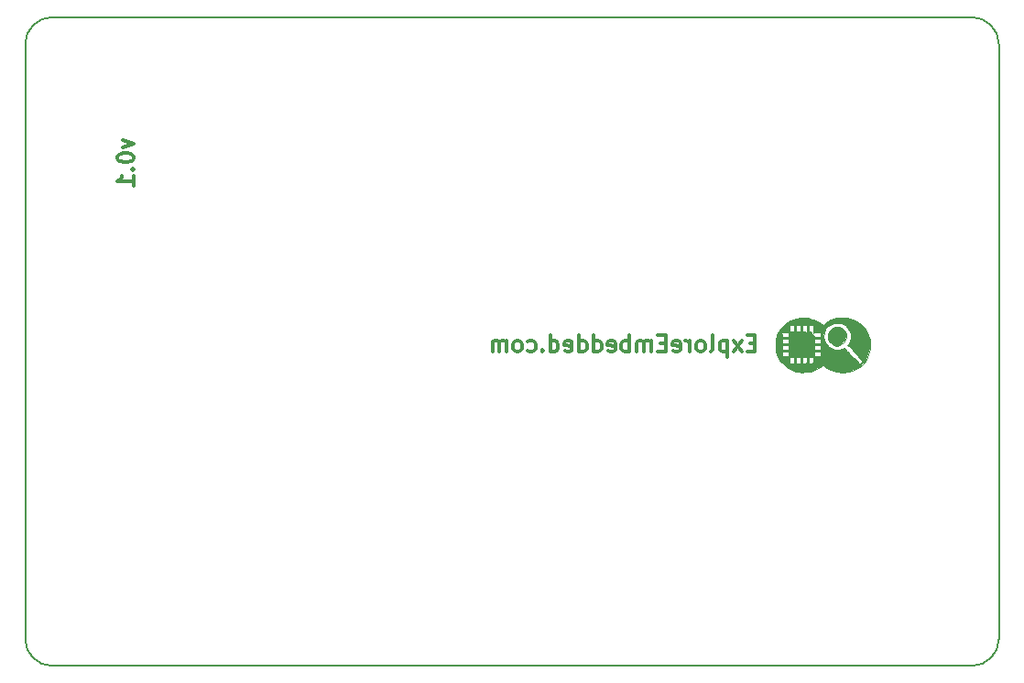
<source format=gbr>
G04 #@! TF.FileFunction,Legend,Bot*
%FSLAX46Y46*%
G04 Gerber Fmt 4.6, Leading zero omitted, Abs format (unit mm)*
G04 Created by KiCad (PCBNEW 4.0.4-stable) date 12/31/16 17:00:23*
%MOMM*%
%LPD*%
G01*
G04 APERTURE LIST*
%ADD10C,0.100000*%
%ADD11C,0.300000*%
%ADD12C,0.150000*%
%ADD13C,0.002540*%
G04 APERTURE END LIST*
D10*
D11*
X54034571Y-61357144D02*
X55034571Y-61714287D01*
X54034571Y-62071429D01*
X53534571Y-62928572D02*
X53534571Y-63071429D01*
X53606000Y-63214286D01*
X53677429Y-63285715D01*
X53820286Y-63357144D01*
X54106000Y-63428572D01*
X54463143Y-63428572D01*
X54748857Y-63357144D01*
X54891714Y-63285715D01*
X54963143Y-63214286D01*
X55034571Y-63071429D01*
X55034571Y-62928572D01*
X54963143Y-62785715D01*
X54891714Y-62714286D01*
X54748857Y-62642858D01*
X54463143Y-62571429D01*
X54106000Y-62571429D01*
X53820286Y-62642858D01*
X53677429Y-62714286D01*
X53606000Y-62785715D01*
X53534571Y-62928572D01*
X54891714Y-64071429D02*
X54963143Y-64142857D01*
X55034571Y-64071429D01*
X54963143Y-64000000D01*
X54891714Y-64071429D01*
X55034571Y-64071429D01*
X55034571Y-65571429D02*
X55034571Y-64714286D01*
X55034571Y-65142858D02*
X53534571Y-65142858D01*
X53748857Y-65000001D01*
X53891714Y-64857143D01*
X53963143Y-64714286D01*
X112472857Y-80156857D02*
X111972857Y-80156857D01*
X111758571Y-80942571D02*
X112472857Y-80942571D01*
X112472857Y-79442571D01*
X111758571Y-79442571D01*
X111258571Y-80942571D02*
X110472857Y-79942571D01*
X111258571Y-79942571D02*
X110472857Y-80942571D01*
X109901428Y-79942571D02*
X109901428Y-81442571D01*
X109901428Y-80014000D02*
X109758571Y-79942571D01*
X109472857Y-79942571D01*
X109330000Y-80014000D01*
X109258571Y-80085429D01*
X109187142Y-80228286D01*
X109187142Y-80656857D01*
X109258571Y-80799714D01*
X109330000Y-80871143D01*
X109472857Y-80942571D01*
X109758571Y-80942571D01*
X109901428Y-80871143D01*
X108329999Y-80942571D02*
X108472857Y-80871143D01*
X108544285Y-80728286D01*
X108544285Y-79442571D01*
X107544285Y-80942571D02*
X107687143Y-80871143D01*
X107758571Y-80799714D01*
X107830000Y-80656857D01*
X107830000Y-80228286D01*
X107758571Y-80085429D01*
X107687143Y-80014000D01*
X107544285Y-79942571D01*
X107330000Y-79942571D01*
X107187143Y-80014000D01*
X107115714Y-80085429D01*
X107044285Y-80228286D01*
X107044285Y-80656857D01*
X107115714Y-80799714D01*
X107187143Y-80871143D01*
X107330000Y-80942571D01*
X107544285Y-80942571D01*
X106401428Y-80942571D02*
X106401428Y-79942571D01*
X106401428Y-80228286D02*
X106330000Y-80085429D01*
X106258571Y-80014000D01*
X106115714Y-79942571D01*
X105972857Y-79942571D01*
X104901429Y-80871143D02*
X105044286Y-80942571D01*
X105330000Y-80942571D01*
X105472857Y-80871143D01*
X105544286Y-80728286D01*
X105544286Y-80156857D01*
X105472857Y-80014000D01*
X105330000Y-79942571D01*
X105044286Y-79942571D01*
X104901429Y-80014000D01*
X104830000Y-80156857D01*
X104830000Y-80299714D01*
X105544286Y-80442571D01*
X104187143Y-80156857D02*
X103687143Y-80156857D01*
X103472857Y-80942571D02*
X104187143Y-80942571D01*
X104187143Y-79442571D01*
X103472857Y-79442571D01*
X102830000Y-80942571D02*
X102830000Y-79942571D01*
X102830000Y-80085429D02*
X102758572Y-80014000D01*
X102615714Y-79942571D01*
X102401429Y-79942571D01*
X102258572Y-80014000D01*
X102187143Y-80156857D01*
X102187143Y-80942571D01*
X102187143Y-80156857D02*
X102115714Y-80014000D01*
X101972857Y-79942571D01*
X101758572Y-79942571D01*
X101615714Y-80014000D01*
X101544286Y-80156857D01*
X101544286Y-80942571D01*
X100830000Y-80942571D02*
X100830000Y-79442571D01*
X100830000Y-80014000D02*
X100687143Y-79942571D01*
X100401429Y-79942571D01*
X100258572Y-80014000D01*
X100187143Y-80085429D01*
X100115714Y-80228286D01*
X100115714Y-80656857D01*
X100187143Y-80799714D01*
X100258572Y-80871143D01*
X100401429Y-80942571D01*
X100687143Y-80942571D01*
X100830000Y-80871143D01*
X98901429Y-80871143D02*
X99044286Y-80942571D01*
X99330000Y-80942571D01*
X99472857Y-80871143D01*
X99544286Y-80728286D01*
X99544286Y-80156857D01*
X99472857Y-80014000D01*
X99330000Y-79942571D01*
X99044286Y-79942571D01*
X98901429Y-80014000D01*
X98830000Y-80156857D01*
X98830000Y-80299714D01*
X99544286Y-80442571D01*
X97544286Y-80942571D02*
X97544286Y-79442571D01*
X97544286Y-80871143D02*
X97687143Y-80942571D01*
X97972857Y-80942571D01*
X98115715Y-80871143D01*
X98187143Y-80799714D01*
X98258572Y-80656857D01*
X98258572Y-80228286D01*
X98187143Y-80085429D01*
X98115715Y-80014000D01*
X97972857Y-79942571D01*
X97687143Y-79942571D01*
X97544286Y-80014000D01*
X96187143Y-80942571D02*
X96187143Y-79442571D01*
X96187143Y-80871143D02*
X96330000Y-80942571D01*
X96615714Y-80942571D01*
X96758572Y-80871143D01*
X96830000Y-80799714D01*
X96901429Y-80656857D01*
X96901429Y-80228286D01*
X96830000Y-80085429D01*
X96758572Y-80014000D01*
X96615714Y-79942571D01*
X96330000Y-79942571D01*
X96187143Y-80014000D01*
X94901429Y-80871143D02*
X95044286Y-80942571D01*
X95330000Y-80942571D01*
X95472857Y-80871143D01*
X95544286Y-80728286D01*
X95544286Y-80156857D01*
X95472857Y-80014000D01*
X95330000Y-79942571D01*
X95044286Y-79942571D01*
X94901429Y-80014000D01*
X94830000Y-80156857D01*
X94830000Y-80299714D01*
X95544286Y-80442571D01*
X93544286Y-80942571D02*
X93544286Y-79442571D01*
X93544286Y-80871143D02*
X93687143Y-80942571D01*
X93972857Y-80942571D01*
X94115715Y-80871143D01*
X94187143Y-80799714D01*
X94258572Y-80656857D01*
X94258572Y-80228286D01*
X94187143Y-80085429D01*
X94115715Y-80014000D01*
X93972857Y-79942571D01*
X93687143Y-79942571D01*
X93544286Y-80014000D01*
X92830000Y-80799714D02*
X92758572Y-80871143D01*
X92830000Y-80942571D01*
X92901429Y-80871143D01*
X92830000Y-80799714D01*
X92830000Y-80942571D01*
X91472857Y-80871143D02*
X91615714Y-80942571D01*
X91901428Y-80942571D01*
X92044286Y-80871143D01*
X92115714Y-80799714D01*
X92187143Y-80656857D01*
X92187143Y-80228286D01*
X92115714Y-80085429D01*
X92044286Y-80014000D01*
X91901428Y-79942571D01*
X91615714Y-79942571D01*
X91472857Y-80014000D01*
X90615714Y-80942571D02*
X90758572Y-80871143D01*
X90830000Y-80799714D01*
X90901429Y-80656857D01*
X90901429Y-80228286D01*
X90830000Y-80085429D01*
X90758572Y-80014000D01*
X90615714Y-79942571D01*
X90401429Y-79942571D01*
X90258572Y-80014000D01*
X90187143Y-80085429D01*
X90115714Y-80228286D01*
X90115714Y-80656857D01*
X90187143Y-80799714D01*
X90258572Y-80871143D01*
X90401429Y-80942571D01*
X90615714Y-80942571D01*
X89472857Y-80942571D02*
X89472857Y-79942571D01*
X89472857Y-80085429D02*
X89401429Y-80014000D01*
X89258571Y-79942571D01*
X89044286Y-79942571D01*
X88901429Y-80014000D01*
X88830000Y-80156857D01*
X88830000Y-80942571D01*
X88830000Y-80156857D02*
X88758571Y-80014000D01*
X88615714Y-79942571D01*
X88401429Y-79942571D01*
X88258571Y-80014000D01*
X88187143Y-80156857D01*
X88187143Y-80942571D01*
D12*
X45000000Y-52500000D02*
X45000000Y-107500000D01*
X132500000Y-50000000D02*
X47500000Y-50000000D01*
X135000000Y-107500000D02*
X135000000Y-52500000D01*
X47500000Y-110000000D02*
X132500000Y-110000000D01*
X45000000Y-107500000D02*
G75*
G03X47500000Y-110000000I2500000J0D01*
G01*
X132500000Y-110000000D02*
G75*
G03X135000000Y-107500000I0J2500000D01*
G01*
X135000000Y-52500000D02*
G75*
G03X132500000Y-50000000I-2500000J0D01*
G01*
X47500000Y-50000000D02*
G75*
G03X45000000Y-52500000I0J-2500000D01*
G01*
D13*
G36*
X114386360Y-80327500D02*
X114393980Y-80655160D01*
X114409220Y-80888840D01*
X114444780Y-81069180D01*
X114500660Y-81234280D01*
X114543840Y-81328260D01*
X114843560Y-81828640D01*
X114927380Y-81917540D01*
X114927380Y-79166720D01*
X115255040Y-79166720D01*
X115448080Y-79169260D01*
X115542060Y-79194660D01*
X115577620Y-79260700D01*
X115582700Y-79349600D01*
X115564920Y-79512160D01*
X115496340Y-79590900D01*
X115346480Y-79608680D01*
X115229640Y-79603600D01*
X115062000Y-79583280D01*
X114980720Y-79529940D01*
X114952780Y-79413100D01*
X114947700Y-79375000D01*
X114927380Y-79166720D01*
X114927380Y-81917540D01*
X114935000Y-81927700D01*
X114935000Y-81358740D01*
X114935000Y-81135220D01*
X114935000Y-80909160D01*
X114935000Y-80779620D01*
X114935000Y-80553560D01*
X114935000Y-80327500D01*
X114935000Y-80197960D01*
X114935000Y-79974440D01*
X114935000Y-79748380D01*
X115257580Y-79748380D01*
X115582700Y-79748380D01*
X115582700Y-79974440D01*
X115582700Y-80197960D01*
X115257580Y-80197960D01*
X114935000Y-80197960D01*
X114935000Y-80327500D01*
X115257580Y-80327500D01*
X115582700Y-80327500D01*
X115582700Y-80553560D01*
X115582700Y-80779620D01*
X115257580Y-80779620D01*
X114935000Y-80779620D01*
X114935000Y-80909160D01*
X115257580Y-80909160D01*
X115582700Y-80909160D01*
X115582700Y-81135220D01*
X115582700Y-81358740D01*
X115257580Y-81358740D01*
X114935000Y-81358740D01*
X114935000Y-81927700D01*
X115216940Y-82227420D01*
X115646200Y-82514440D01*
X115646200Y-81716880D01*
X115646200Y-79103220D01*
X115646200Y-78775560D01*
X115646200Y-78447900D01*
X115854480Y-78468220D01*
X115981480Y-78488540D01*
X116047520Y-78544420D01*
X116075460Y-78668880D01*
X116085620Y-78795880D01*
X116103400Y-79103220D01*
X115874800Y-79103220D01*
X115646200Y-79103220D01*
X115646200Y-81716880D01*
X115651280Y-81536540D01*
X115684300Y-81452720D01*
X115770660Y-81424780D01*
X115872260Y-81424780D01*
X116011960Y-81429860D01*
X116075460Y-81470500D01*
X116095780Y-81584800D01*
X116095780Y-81716880D01*
X116093240Y-81894680D01*
X116060220Y-81975960D01*
X115973860Y-82003900D01*
X115872260Y-82006440D01*
X115732560Y-81998820D01*
X115666520Y-81958180D01*
X115648740Y-81843880D01*
X115646200Y-81716880D01*
X115646200Y-82514440D01*
X115676680Y-82537300D01*
X116078000Y-82715100D01*
X116225320Y-82758280D01*
X116225320Y-81716880D01*
X116225320Y-79103220D01*
X116225320Y-78780640D01*
X116225320Y-78455520D01*
X116451380Y-78455520D01*
X116677440Y-78455520D01*
X116677440Y-78780640D01*
X116677440Y-79103220D01*
X116451380Y-79103220D01*
X116225320Y-79103220D01*
X116225320Y-81716880D01*
X116232940Y-81536540D01*
X116265960Y-81452720D01*
X116352320Y-81424780D01*
X116451380Y-81424780D01*
X116591080Y-81429860D01*
X116657120Y-81470500D01*
X116677440Y-81584800D01*
X116677440Y-81716880D01*
X116672360Y-81894680D01*
X116639340Y-81975960D01*
X116552980Y-82003900D01*
X116451380Y-82006440D01*
X116314220Y-81998820D01*
X116248180Y-81958180D01*
X116227860Y-81843880D01*
X116225320Y-81716880D01*
X116225320Y-82758280D01*
X116314220Y-82788760D01*
X116525040Y-82829400D01*
X116771420Y-82839560D01*
X116822220Y-82837020D01*
X116822220Y-81716880D01*
X116827300Y-81536540D01*
X116840000Y-81495900D01*
X116840000Y-78889860D01*
X116840000Y-78780640D01*
X116845080Y-78600300D01*
X116880640Y-78511400D01*
X116969540Y-78478380D01*
X117048280Y-78468220D01*
X117256560Y-78447900D01*
X117256560Y-78780640D01*
X117256560Y-79110840D01*
X117048280Y-79087980D01*
X116918740Y-79070200D01*
X116860320Y-79016860D01*
X116840000Y-78889860D01*
X116840000Y-81495900D01*
X116855240Y-81452720D01*
X116941600Y-81424780D01*
X117038120Y-81424780D01*
X117175280Y-81429860D01*
X117238780Y-81473040D01*
X117256560Y-81587340D01*
X117256560Y-81716880D01*
X117254020Y-81894680D01*
X117221000Y-81975960D01*
X117134640Y-82003900D01*
X117043200Y-82006440D01*
X116911120Y-81998820D01*
X116847620Y-81953100D01*
X116827300Y-81838800D01*
X116822220Y-81716880D01*
X116822220Y-82837020D01*
X117053360Y-82831940D01*
X117373400Y-82809080D01*
X117434360Y-82796380D01*
X117434360Y-81846420D01*
X117436900Y-81813400D01*
X117436900Y-78536800D01*
X117480080Y-78498700D01*
X117609620Y-78470760D01*
X117624860Y-78470760D01*
X117833140Y-78447900D01*
X117850920Y-78821280D01*
X117871240Y-79194660D01*
X117904260Y-79192120D01*
X117904260Y-78877160D01*
X117904260Y-78618080D01*
X117934740Y-78585060D01*
X117967760Y-78618080D01*
X117934740Y-78648560D01*
X117904260Y-78618080D01*
X117904260Y-78877160D01*
X117934740Y-78844140D01*
X117967760Y-78877160D01*
X117934740Y-78910180D01*
X117904260Y-78877160D01*
X117904260Y-79192120D01*
X118209060Y-79174340D01*
X118407180Y-79166720D01*
X118508780Y-79184500D01*
X118544340Y-79242920D01*
X118549420Y-79349600D01*
X118539260Y-79474060D01*
X118483380Y-79535020D01*
X118346220Y-79560420D01*
X118275100Y-79565500D01*
X118064280Y-79575660D01*
X117952520Y-79560420D01*
X117909340Y-79507080D01*
X117904260Y-79453740D01*
X117876320Y-79372460D01*
X117856000Y-79367380D01*
X117706140Y-79362300D01*
X117655340Y-79281020D01*
X117665500Y-79230220D01*
X117662960Y-79128620D01*
X117574060Y-79103220D01*
X117492780Y-79077820D01*
X117459760Y-78983840D01*
X117452140Y-78844140D01*
X117449600Y-78666340D01*
X117439440Y-78552040D01*
X117436900Y-78536800D01*
X117436900Y-81813400D01*
X117441980Y-81716880D01*
X117462300Y-81536540D01*
X117505480Y-81450180D01*
X117591840Y-81424780D01*
X117652800Y-81424780D01*
X117767100Y-81432400D01*
X117820440Y-81483200D01*
X117838220Y-81610200D01*
X117838220Y-81716880D01*
X117835680Y-81894680D01*
X117802660Y-81975960D01*
X117716300Y-82003900D01*
X117629940Y-82006440D01*
X117502940Y-81998820D01*
X117444520Y-81958180D01*
X117434360Y-81846420D01*
X117434360Y-82796380D01*
X117614700Y-82768440D01*
X117835680Y-82697320D01*
X117896640Y-82666840D01*
X117896640Y-79748380D01*
X118221760Y-79748380D01*
X118414800Y-79750920D01*
X118511320Y-79776320D01*
X118544340Y-79842360D01*
X118549420Y-79933800D01*
X118531640Y-80065880D01*
X118457980Y-80134460D01*
X118305580Y-80162400D01*
X118135400Y-80159860D01*
X117993160Y-80137000D01*
X117932200Y-80058260D01*
X117916960Y-79951580D01*
X117896640Y-79748380D01*
X117896640Y-82666840D01*
X117934740Y-82651600D01*
X117934740Y-81135220D01*
X117934740Y-80553560D01*
X117944900Y-80436720D01*
X117993160Y-80375760D01*
X118117620Y-80350360D01*
X118242080Y-80340200D01*
X118549420Y-80319880D01*
X118549420Y-80553560D01*
X118549420Y-80787240D01*
X118242080Y-80766920D01*
X118056660Y-80749140D01*
X117967760Y-80713580D01*
X117939820Y-80634840D01*
X117934740Y-80553560D01*
X117934740Y-81135220D01*
X117944900Y-81015840D01*
X117993160Y-80957420D01*
X118117620Y-80929480D01*
X118242080Y-80919320D01*
X118549420Y-80901540D01*
X118549420Y-81135220D01*
X118549420Y-81366360D01*
X118242080Y-81348580D01*
X118056660Y-81330800D01*
X117967760Y-81292700D01*
X117939820Y-81213960D01*
X117934740Y-81135220D01*
X117934740Y-82651600D01*
X118046500Y-82600800D01*
X118272560Y-82478880D01*
X118460520Y-82359500D01*
X118574820Y-82268060D01*
X118645940Y-82202020D01*
X118711980Y-82186780D01*
X118805960Y-82227420D01*
X118805960Y-79535020D01*
X118849140Y-79184500D01*
X118993920Y-78851760D01*
X119240300Y-78559660D01*
X119377460Y-78450440D01*
X119527320Y-78364080D01*
X119689880Y-78315820D01*
X119910860Y-78298040D01*
X120070880Y-78295500D01*
X120324880Y-78300580D01*
X120497600Y-78323440D01*
X120632220Y-78381860D01*
X120771920Y-78483460D01*
X120784620Y-78493620D01*
X121003060Y-78714600D01*
X121180860Y-78988920D01*
X121295160Y-79268320D01*
X121323100Y-79453740D01*
X121295160Y-79715360D01*
X121226580Y-79974440D01*
X121127520Y-80177640D01*
X121081800Y-80236060D01*
X121015760Y-80317340D01*
X121041160Y-80383380D01*
X121135140Y-80457040D01*
X121236740Y-80548480D01*
X121404380Y-80713580D01*
X121612660Y-80926940D01*
X121841260Y-81170780D01*
X121869200Y-81201260D01*
X122445780Y-81828640D01*
X122290840Y-81953100D01*
X122135900Y-82080100D01*
X121711720Y-81640680D01*
X121485660Y-81399380D01*
X121257060Y-81155540D01*
X121066560Y-80942180D01*
X121023380Y-80891380D01*
X120759220Y-80584040D01*
X120528080Y-80683100D01*
X120152160Y-80772000D01*
X119768620Y-80736440D01*
X119595900Y-80680560D01*
X119258080Y-80477360D01*
X119014240Y-80203040D01*
X118861840Y-79883000D01*
X118805960Y-79535020D01*
X118805960Y-82227420D01*
X118808500Y-82229960D01*
X118973600Y-82341720D01*
X118988840Y-82356960D01*
X119461280Y-82618580D01*
X119984520Y-82783680D01*
X120528080Y-82849720D01*
X121058940Y-82811620D01*
X121452640Y-82702400D01*
X121965720Y-82443320D01*
X122397520Y-82095340D01*
X122732800Y-81671160D01*
X122969020Y-81186020D01*
X123098560Y-80657700D01*
X123111260Y-80093820D01*
X123068080Y-79799180D01*
X122956320Y-79380080D01*
X122783600Y-79021940D01*
X122529600Y-78681580D01*
X122412760Y-78552040D01*
X122006360Y-78209140D01*
X121536460Y-77957680D01*
X121028460Y-77810360D01*
X120502680Y-77759560D01*
X119981980Y-77812900D01*
X119484140Y-77967840D01*
X119034560Y-78226920D01*
X118932960Y-78308200D01*
X118745000Y-78465680D01*
X118534180Y-78308200D01*
X118069360Y-78023720D01*
X117551200Y-77843380D01*
X117330220Y-77800200D01*
X116768880Y-77764640D01*
X116227860Y-77853540D01*
X115722400Y-78049120D01*
X115270280Y-78348840D01*
X114886740Y-78747620D01*
X114589560Y-79227680D01*
X114587020Y-79230220D01*
X114495580Y-79433420D01*
X114437160Y-79603600D01*
X114404140Y-79783940D01*
X114391440Y-80010000D01*
X114386360Y-80327500D01*
X114386360Y-80327500D01*
X114386360Y-80327500D01*
G37*
X114386360Y-80327500D02*
X114393980Y-80655160D01*
X114409220Y-80888840D01*
X114444780Y-81069180D01*
X114500660Y-81234280D01*
X114543840Y-81328260D01*
X114843560Y-81828640D01*
X114927380Y-81917540D01*
X114927380Y-79166720D01*
X115255040Y-79166720D01*
X115448080Y-79169260D01*
X115542060Y-79194660D01*
X115577620Y-79260700D01*
X115582700Y-79349600D01*
X115564920Y-79512160D01*
X115496340Y-79590900D01*
X115346480Y-79608680D01*
X115229640Y-79603600D01*
X115062000Y-79583280D01*
X114980720Y-79529940D01*
X114952780Y-79413100D01*
X114947700Y-79375000D01*
X114927380Y-79166720D01*
X114927380Y-81917540D01*
X114935000Y-81927700D01*
X114935000Y-81358740D01*
X114935000Y-81135220D01*
X114935000Y-80909160D01*
X114935000Y-80779620D01*
X114935000Y-80553560D01*
X114935000Y-80327500D01*
X114935000Y-80197960D01*
X114935000Y-79974440D01*
X114935000Y-79748380D01*
X115257580Y-79748380D01*
X115582700Y-79748380D01*
X115582700Y-79974440D01*
X115582700Y-80197960D01*
X115257580Y-80197960D01*
X114935000Y-80197960D01*
X114935000Y-80327500D01*
X115257580Y-80327500D01*
X115582700Y-80327500D01*
X115582700Y-80553560D01*
X115582700Y-80779620D01*
X115257580Y-80779620D01*
X114935000Y-80779620D01*
X114935000Y-80909160D01*
X115257580Y-80909160D01*
X115582700Y-80909160D01*
X115582700Y-81135220D01*
X115582700Y-81358740D01*
X115257580Y-81358740D01*
X114935000Y-81358740D01*
X114935000Y-81927700D01*
X115216940Y-82227420D01*
X115646200Y-82514440D01*
X115646200Y-81716880D01*
X115646200Y-79103220D01*
X115646200Y-78775560D01*
X115646200Y-78447900D01*
X115854480Y-78468220D01*
X115981480Y-78488540D01*
X116047520Y-78544420D01*
X116075460Y-78668880D01*
X116085620Y-78795880D01*
X116103400Y-79103220D01*
X115874800Y-79103220D01*
X115646200Y-79103220D01*
X115646200Y-81716880D01*
X115651280Y-81536540D01*
X115684300Y-81452720D01*
X115770660Y-81424780D01*
X115872260Y-81424780D01*
X116011960Y-81429860D01*
X116075460Y-81470500D01*
X116095780Y-81584800D01*
X116095780Y-81716880D01*
X116093240Y-81894680D01*
X116060220Y-81975960D01*
X115973860Y-82003900D01*
X115872260Y-82006440D01*
X115732560Y-81998820D01*
X115666520Y-81958180D01*
X115648740Y-81843880D01*
X115646200Y-81716880D01*
X115646200Y-82514440D01*
X115676680Y-82537300D01*
X116078000Y-82715100D01*
X116225320Y-82758280D01*
X116225320Y-81716880D01*
X116225320Y-79103220D01*
X116225320Y-78780640D01*
X116225320Y-78455520D01*
X116451380Y-78455520D01*
X116677440Y-78455520D01*
X116677440Y-78780640D01*
X116677440Y-79103220D01*
X116451380Y-79103220D01*
X116225320Y-79103220D01*
X116225320Y-81716880D01*
X116232940Y-81536540D01*
X116265960Y-81452720D01*
X116352320Y-81424780D01*
X116451380Y-81424780D01*
X116591080Y-81429860D01*
X116657120Y-81470500D01*
X116677440Y-81584800D01*
X116677440Y-81716880D01*
X116672360Y-81894680D01*
X116639340Y-81975960D01*
X116552980Y-82003900D01*
X116451380Y-82006440D01*
X116314220Y-81998820D01*
X116248180Y-81958180D01*
X116227860Y-81843880D01*
X116225320Y-81716880D01*
X116225320Y-82758280D01*
X116314220Y-82788760D01*
X116525040Y-82829400D01*
X116771420Y-82839560D01*
X116822220Y-82837020D01*
X116822220Y-81716880D01*
X116827300Y-81536540D01*
X116840000Y-81495900D01*
X116840000Y-78889860D01*
X116840000Y-78780640D01*
X116845080Y-78600300D01*
X116880640Y-78511400D01*
X116969540Y-78478380D01*
X117048280Y-78468220D01*
X117256560Y-78447900D01*
X117256560Y-78780640D01*
X117256560Y-79110840D01*
X117048280Y-79087980D01*
X116918740Y-79070200D01*
X116860320Y-79016860D01*
X116840000Y-78889860D01*
X116840000Y-81495900D01*
X116855240Y-81452720D01*
X116941600Y-81424780D01*
X117038120Y-81424780D01*
X117175280Y-81429860D01*
X117238780Y-81473040D01*
X117256560Y-81587340D01*
X117256560Y-81716880D01*
X117254020Y-81894680D01*
X117221000Y-81975960D01*
X117134640Y-82003900D01*
X117043200Y-82006440D01*
X116911120Y-81998820D01*
X116847620Y-81953100D01*
X116827300Y-81838800D01*
X116822220Y-81716880D01*
X116822220Y-82837020D01*
X117053360Y-82831940D01*
X117373400Y-82809080D01*
X117434360Y-82796380D01*
X117434360Y-81846420D01*
X117436900Y-81813400D01*
X117436900Y-78536800D01*
X117480080Y-78498700D01*
X117609620Y-78470760D01*
X117624860Y-78470760D01*
X117833140Y-78447900D01*
X117850920Y-78821280D01*
X117871240Y-79194660D01*
X117904260Y-79192120D01*
X117904260Y-78877160D01*
X117904260Y-78618080D01*
X117934740Y-78585060D01*
X117967760Y-78618080D01*
X117934740Y-78648560D01*
X117904260Y-78618080D01*
X117904260Y-78877160D01*
X117934740Y-78844140D01*
X117967760Y-78877160D01*
X117934740Y-78910180D01*
X117904260Y-78877160D01*
X117904260Y-79192120D01*
X118209060Y-79174340D01*
X118407180Y-79166720D01*
X118508780Y-79184500D01*
X118544340Y-79242920D01*
X118549420Y-79349600D01*
X118539260Y-79474060D01*
X118483380Y-79535020D01*
X118346220Y-79560420D01*
X118275100Y-79565500D01*
X118064280Y-79575660D01*
X117952520Y-79560420D01*
X117909340Y-79507080D01*
X117904260Y-79453740D01*
X117876320Y-79372460D01*
X117856000Y-79367380D01*
X117706140Y-79362300D01*
X117655340Y-79281020D01*
X117665500Y-79230220D01*
X117662960Y-79128620D01*
X117574060Y-79103220D01*
X117492780Y-79077820D01*
X117459760Y-78983840D01*
X117452140Y-78844140D01*
X117449600Y-78666340D01*
X117439440Y-78552040D01*
X117436900Y-78536800D01*
X117436900Y-81813400D01*
X117441980Y-81716880D01*
X117462300Y-81536540D01*
X117505480Y-81450180D01*
X117591840Y-81424780D01*
X117652800Y-81424780D01*
X117767100Y-81432400D01*
X117820440Y-81483200D01*
X117838220Y-81610200D01*
X117838220Y-81716880D01*
X117835680Y-81894680D01*
X117802660Y-81975960D01*
X117716300Y-82003900D01*
X117629940Y-82006440D01*
X117502940Y-81998820D01*
X117444520Y-81958180D01*
X117434360Y-81846420D01*
X117434360Y-82796380D01*
X117614700Y-82768440D01*
X117835680Y-82697320D01*
X117896640Y-82666840D01*
X117896640Y-79748380D01*
X118221760Y-79748380D01*
X118414800Y-79750920D01*
X118511320Y-79776320D01*
X118544340Y-79842360D01*
X118549420Y-79933800D01*
X118531640Y-80065880D01*
X118457980Y-80134460D01*
X118305580Y-80162400D01*
X118135400Y-80159860D01*
X117993160Y-80137000D01*
X117932200Y-80058260D01*
X117916960Y-79951580D01*
X117896640Y-79748380D01*
X117896640Y-82666840D01*
X117934740Y-82651600D01*
X117934740Y-81135220D01*
X117934740Y-80553560D01*
X117944900Y-80436720D01*
X117993160Y-80375760D01*
X118117620Y-80350360D01*
X118242080Y-80340200D01*
X118549420Y-80319880D01*
X118549420Y-80553560D01*
X118549420Y-80787240D01*
X118242080Y-80766920D01*
X118056660Y-80749140D01*
X117967760Y-80713580D01*
X117939820Y-80634840D01*
X117934740Y-80553560D01*
X117934740Y-81135220D01*
X117944900Y-81015840D01*
X117993160Y-80957420D01*
X118117620Y-80929480D01*
X118242080Y-80919320D01*
X118549420Y-80901540D01*
X118549420Y-81135220D01*
X118549420Y-81366360D01*
X118242080Y-81348580D01*
X118056660Y-81330800D01*
X117967760Y-81292700D01*
X117939820Y-81213960D01*
X117934740Y-81135220D01*
X117934740Y-82651600D01*
X118046500Y-82600800D01*
X118272560Y-82478880D01*
X118460520Y-82359500D01*
X118574820Y-82268060D01*
X118645940Y-82202020D01*
X118711980Y-82186780D01*
X118805960Y-82227420D01*
X118805960Y-79535020D01*
X118849140Y-79184500D01*
X118993920Y-78851760D01*
X119240300Y-78559660D01*
X119377460Y-78450440D01*
X119527320Y-78364080D01*
X119689880Y-78315820D01*
X119910860Y-78298040D01*
X120070880Y-78295500D01*
X120324880Y-78300580D01*
X120497600Y-78323440D01*
X120632220Y-78381860D01*
X120771920Y-78483460D01*
X120784620Y-78493620D01*
X121003060Y-78714600D01*
X121180860Y-78988920D01*
X121295160Y-79268320D01*
X121323100Y-79453740D01*
X121295160Y-79715360D01*
X121226580Y-79974440D01*
X121127520Y-80177640D01*
X121081800Y-80236060D01*
X121015760Y-80317340D01*
X121041160Y-80383380D01*
X121135140Y-80457040D01*
X121236740Y-80548480D01*
X121404380Y-80713580D01*
X121612660Y-80926940D01*
X121841260Y-81170780D01*
X121869200Y-81201260D01*
X122445780Y-81828640D01*
X122290840Y-81953100D01*
X122135900Y-82080100D01*
X121711720Y-81640680D01*
X121485660Y-81399380D01*
X121257060Y-81155540D01*
X121066560Y-80942180D01*
X121023380Y-80891380D01*
X120759220Y-80584040D01*
X120528080Y-80683100D01*
X120152160Y-80772000D01*
X119768620Y-80736440D01*
X119595900Y-80680560D01*
X119258080Y-80477360D01*
X119014240Y-80203040D01*
X118861840Y-79883000D01*
X118805960Y-79535020D01*
X118805960Y-82227420D01*
X118808500Y-82229960D01*
X118973600Y-82341720D01*
X118988840Y-82356960D01*
X119461280Y-82618580D01*
X119984520Y-82783680D01*
X120528080Y-82849720D01*
X121058940Y-82811620D01*
X121452640Y-82702400D01*
X121965720Y-82443320D01*
X122397520Y-82095340D01*
X122732800Y-81671160D01*
X122969020Y-81186020D01*
X123098560Y-80657700D01*
X123111260Y-80093820D01*
X123068080Y-79799180D01*
X122956320Y-79380080D01*
X122783600Y-79021940D01*
X122529600Y-78681580D01*
X122412760Y-78552040D01*
X122006360Y-78209140D01*
X121536460Y-77957680D01*
X121028460Y-77810360D01*
X120502680Y-77759560D01*
X119981980Y-77812900D01*
X119484140Y-77967840D01*
X119034560Y-78226920D01*
X118932960Y-78308200D01*
X118745000Y-78465680D01*
X118534180Y-78308200D01*
X118069360Y-78023720D01*
X117551200Y-77843380D01*
X117330220Y-77800200D01*
X116768880Y-77764640D01*
X116227860Y-77853540D01*
X115722400Y-78049120D01*
X115270280Y-78348840D01*
X114886740Y-78747620D01*
X114589560Y-79227680D01*
X114587020Y-79230220D01*
X114495580Y-79433420D01*
X114437160Y-79603600D01*
X114404140Y-79783940D01*
X114391440Y-80010000D01*
X114386360Y-80327500D01*
X114386360Y-80327500D01*
G36*
X119207280Y-79387700D02*
X119225060Y-79682340D01*
X119331740Y-79959200D01*
X119514620Y-80187800D01*
X119758460Y-80340200D01*
X120032780Y-80391000D01*
X120200420Y-80363060D01*
X120393460Y-80291940D01*
X120413780Y-80279240D01*
X120677940Y-80081120D01*
X120843040Y-79829660D01*
X120909080Y-79545180D01*
X120876060Y-79255620D01*
X120738900Y-78988920D01*
X120502680Y-78770480D01*
X120474740Y-78752700D01*
X120200420Y-78658720D01*
X119905780Y-78668880D01*
X119623840Y-78770480D01*
X119392700Y-78953360D01*
X119293640Y-79095600D01*
X119207280Y-79387700D01*
X119207280Y-79387700D01*
X119207280Y-79387700D01*
G37*
X119207280Y-79387700D02*
X119225060Y-79682340D01*
X119331740Y-79959200D01*
X119514620Y-80187800D01*
X119758460Y-80340200D01*
X120032780Y-80391000D01*
X120200420Y-80363060D01*
X120393460Y-80291940D01*
X120413780Y-80279240D01*
X120677940Y-80081120D01*
X120843040Y-79829660D01*
X120909080Y-79545180D01*
X120876060Y-79255620D01*
X120738900Y-78988920D01*
X120502680Y-78770480D01*
X120474740Y-78752700D01*
X120200420Y-78658720D01*
X119905780Y-78668880D01*
X119623840Y-78770480D01*
X119392700Y-78953360D01*
X119293640Y-79095600D01*
X119207280Y-79387700D01*
X119207280Y-79387700D01*
M02*

</source>
